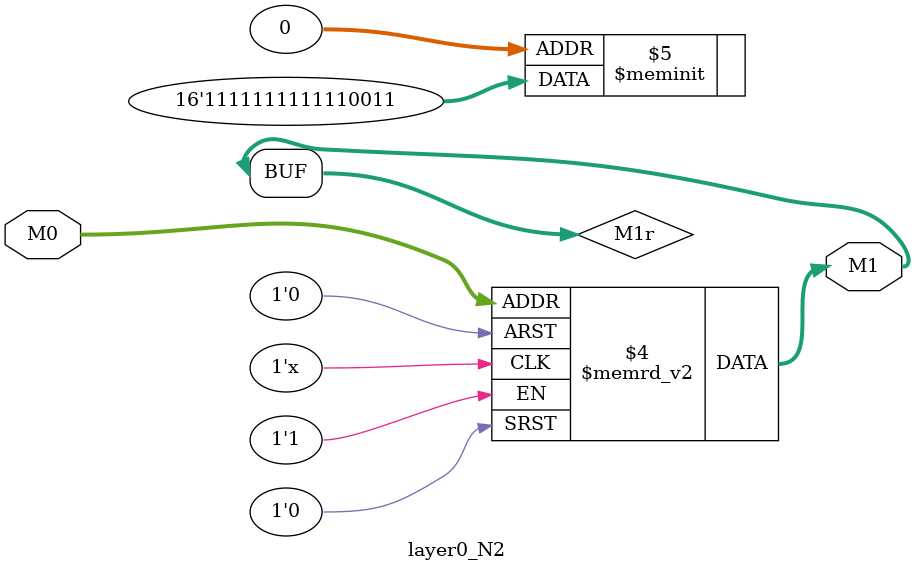
<source format=v>
module layer0_N2 ( input [2:0] M0, output [1:0] M1 );

	(*rom_style = "distributed" *) reg [1:0] M1r;
	assign M1 = M1r;
	always @ (M0) begin
		case (M0)
			3'b000: M1r = 2'b11;
			3'b100: M1r = 2'b11;
			3'b010: M1r = 2'b11;
			3'b110: M1r = 2'b11;
			3'b001: M1r = 2'b00;
			3'b101: M1r = 2'b11;
			3'b011: M1r = 2'b11;
			3'b111: M1r = 2'b11;

		endcase
	end
endmodule

</source>
